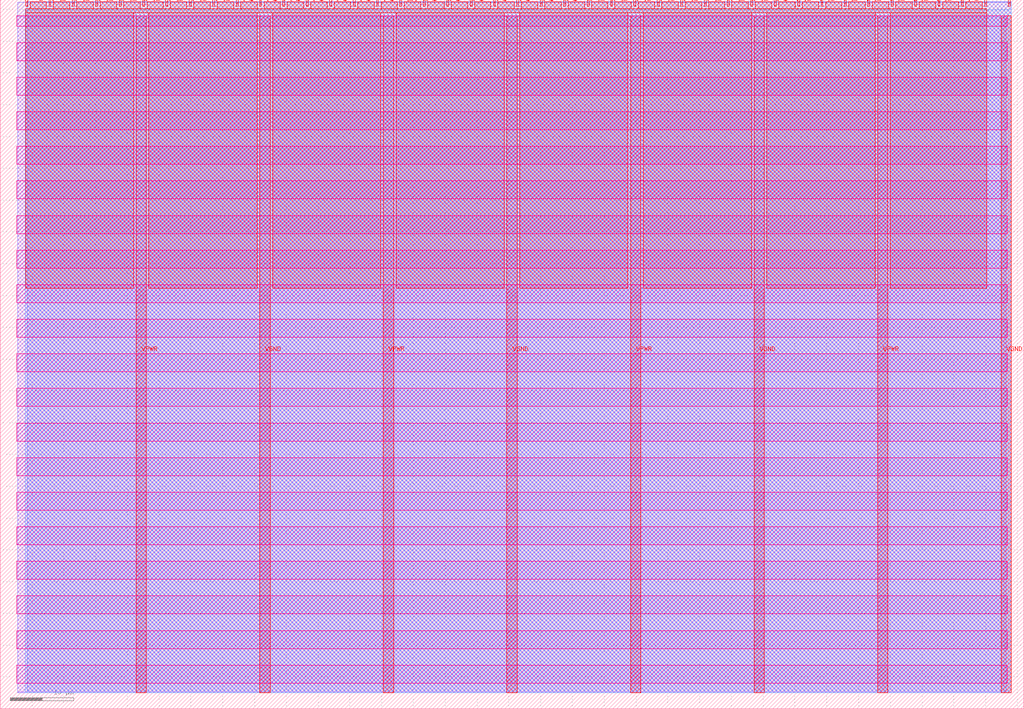
<source format=lef>
VERSION 5.7 ;
  NOWIREEXTENSIONATPIN ON ;
  DIVIDERCHAR "/" ;
  BUSBITCHARS "[]" ;
MACRO tt_um_hpretl_tt06_tempsens
  CLASS BLOCK ;
  FOREIGN tt_um_hpretl_tt06_tempsens ;
  ORIGIN 0.000 0.000 ;
  SIZE 161.000 BY 111.520 ;
  PIN VGND
    DIRECTION INOUT ;
    USE GROUND ;
    PORT
      LAYER met4 ;
        RECT 40.830 2.480 42.430 109.040 ;
    END
    PORT
      LAYER met4 ;
        RECT 79.700 2.480 81.300 109.040 ;
    END
    PORT
      LAYER met4 ;
        RECT 118.570 2.480 120.170 109.040 ;
    END
    PORT
      LAYER met4 ;
        RECT 157.440 2.480 159.040 109.040 ;
    END
  END VGND
  PIN VPWR
    DIRECTION INOUT ;
    USE POWER ;
    PORT
      LAYER met4 ;
        RECT 21.395 2.480 22.995 109.040 ;
    END
    PORT
      LAYER met4 ;
        RECT 60.265 2.480 61.865 109.040 ;
    END
    PORT
      LAYER met4 ;
        RECT 99.135 2.480 100.735 109.040 ;
    END
    PORT
      LAYER met4 ;
        RECT 138.005 2.480 139.605 109.040 ;
    END
  END VPWR
  PIN clk
    DIRECTION INPUT ;
    USE SIGNAL ;
    ANTENNAGATEAREA 0.852000 ;
    PORT
      LAYER met4 ;
        RECT 154.870 110.520 155.170 111.520 ;
    END
  END clk
  PIN ena
    DIRECTION INPUT ;
    USE SIGNAL ;
    PORT
      LAYER met4 ;
        RECT 158.550 110.520 158.850 111.520 ;
    END
  END ena
  PIN rst_n
    DIRECTION INPUT ;
    USE SIGNAL ;
    ANTENNAGATEAREA 0.196500 ;
    PORT
      LAYER met4 ;
        RECT 151.190 110.520 151.490 111.520 ;
    END
  END rst_n
  PIN ui_in[0]
    DIRECTION INPUT ;
    USE SIGNAL ;
    ANTENNAGATEAREA 0.126000 ;
    ANTENNADIFFAREA 0.869400 ;
    PORT
      LAYER met4 ;
        RECT 147.510 110.520 147.810 111.520 ;
    END
  END ui_in[0]
  PIN ui_in[1]
    DIRECTION INPUT ;
    USE SIGNAL ;
    ANTENNAGATEAREA 0.213000 ;
    PORT
      LAYER met4 ;
        RECT 143.830 110.520 144.130 111.520 ;
    END
  END ui_in[1]
  PIN ui_in[2]
    DIRECTION INPUT ;
    USE SIGNAL ;
    ANTENNAGATEAREA 0.126000 ;
    ANTENNADIFFAREA 0.869400 ;
    PORT
      LAYER met4 ;
        RECT 140.150 110.520 140.450 111.520 ;
    END
  END ui_in[2]
  PIN ui_in[3]
    DIRECTION INPUT ;
    USE SIGNAL ;
    ANTENNAGATEAREA 0.213000 ;
    ANTENNADIFFAREA 0.434700 ;
    PORT
      LAYER met4 ;
        RECT 136.470 110.520 136.770 111.520 ;
    END
  END ui_in[3]
  PIN ui_in[4]
    DIRECTION INPUT ;
    USE SIGNAL ;
    ANTENNAGATEAREA 0.126000 ;
    PORT
      LAYER met4 ;
        RECT 132.790 110.520 133.090 111.520 ;
    END
  END ui_in[4]
  PIN ui_in[5]
    DIRECTION INPUT ;
    USE SIGNAL ;
    ANTENNAGATEAREA 0.196500 ;
    PORT
      LAYER met4 ;
        RECT 129.110 110.520 129.410 111.520 ;
    END
  END ui_in[5]
  PIN ui_in[6]
    DIRECTION INPUT ;
    USE SIGNAL ;
    ANTENNAGATEAREA 0.159000 ;
    PORT
      LAYER met4 ;
        RECT 125.430 110.520 125.730 111.520 ;
    END
  END ui_in[6]
  PIN ui_in[7]
    DIRECTION INPUT ;
    USE SIGNAL ;
    ANTENNAGATEAREA 0.213000 ;
    PORT
      LAYER met4 ;
        RECT 121.750 110.520 122.050 111.520 ;
    END
  END ui_in[7]
  PIN uio_in[0]
    DIRECTION INPUT ;
    USE SIGNAL ;
    ANTENNAGATEAREA 0.159000 ;
    ANTENNADIFFAREA 0.434700 ;
    PORT
      LAYER met4 ;
        RECT 118.070 110.520 118.370 111.520 ;
    END
  END uio_in[0]
  PIN uio_in[1]
    DIRECTION INPUT ;
    USE SIGNAL ;
    ANTENNAGATEAREA 0.159000 ;
    PORT
      LAYER met4 ;
        RECT 114.390 110.520 114.690 111.520 ;
    END
  END uio_in[1]
  PIN uio_in[2]
    DIRECTION INPUT ;
    USE SIGNAL ;
    ANTENNAGATEAREA 0.213000 ;
    ANTENNADIFFAREA 0.434700 ;
    PORT
      LAYER met4 ;
        RECT 110.710 110.520 111.010 111.520 ;
    END
  END uio_in[2]
  PIN uio_in[3]
    DIRECTION INPUT ;
    USE SIGNAL ;
    ANTENNAGATEAREA 0.213000 ;
    PORT
      LAYER met4 ;
        RECT 107.030 110.520 107.330 111.520 ;
    END
  END uio_in[3]
  PIN uio_in[4]
    DIRECTION INPUT ;
    USE SIGNAL ;
    PORT
      LAYER met4 ;
        RECT 103.350 110.520 103.650 111.520 ;
    END
  END uio_in[4]
  PIN uio_in[5]
    DIRECTION INPUT ;
    USE SIGNAL ;
    PORT
      LAYER met4 ;
        RECT 99.670 110.520 99.970 111.520 ;
    END
  END uio_in[5]
  PIN uio_in[6]
    DIRECTION INPUT ;
    USE SIGNAL ;
    PORT
      LAYER met4 ;
        RECT 95.990 110.520 96.290 111.520 ;
    END
  END uio_in[6]
  PIN uio_in[7]
    DIRECTION INPUT ;
    USE SIGNAL ;
    PORT
      LAYER met4 ;
        RECT 92.310 110.520 92.610 111.520 ;
    END
  END uio_in[7]
  PIN uio_oe[0]
    DIRECTION OUTPUT TRISTATE ;
    USE SIGNAL ;
    PORT
      LAYER met4 ;
        RECT 29.750 110.520 30.050 111.520 ;
    END
  END uio_oe[0]
  PIN uio_oe[1]
    DIRECTION OUTPUT TRISTATE ;
    USE SIGNAL ;
    PORT
      LAYER met4 ;
        RECT 26.070 110.520 26.370 111.520 ;
    END
  END uio_oe[1]
  PIN uio_oe[2]
    DIRECTION OUTPUT TRISTATE ;
    USE SIGNAL ;
    PORT
      LAYER met4 ;
        RECT 22.390 110.520 22.690 111.520 ;
    END
  END uio_oe[2]
  PIN uio_oe[3]
    DIRECTION OUTPUT TRISTATE ;
    USE SIGNAL ;
    PORT
      LAYER met4 ;
        RECT 18.710 110.520 19.010 111.520 ;
    END
  END uio_oe[3]
  PIN uio_oe[4]
    DIRECTION OUTPUT TRISTATE ;
    USE SIGNAL ;
    PORT
      LAYER met4 ;
        RECT 15.030 110.520 15.330 111.520 ;
    END
  END uio_oe[4]
  PIN uio_oe[5]
    DIRECTION OUTPUT TRISTATE ;
    USE SIGNAL ;
    PORT
      LAYER met4 ;
        RECT 11.350 110.520 11.650 111.520 ;
    END
  END uio_oe[5]
  PIN uio_oe[6]
    DIRECTION OUTPUT TRISTATE ;
    USE SIGNAL ;
    PORT
      LAYER met4 ;
        RECT 7.670 110.520 7.970 111.520 ;
    END
  END uio_oe[6]
  PIN uio_oe[7]
    DIRECTION OUTPUT TRISTATE ;
    USE SIGNAL ;
    PORT
      LAYER met4 ;
        RECT 3.990 110.520 4.290 111.520 ;
    END
  END uio_oe[7]
  PIN uio_out[0]
    DIRECTION OUTPUT TRISTATE ;
    USE SIGNAL ;
    PORT
      LAYER met4 ;
        RECT 59.190 110.520 59.490 111.520 ;
    END
  END uio_out[0]
  PIN uio_out[1]
    DIRECTION OUTPUT TRISTATE ;
    USE SIGNAL ;
    PORT
      LAYER met4 ;
        RECT 55.510 110.520 55.810 111.520 ;
    END
  END uio_out[1]
  PIN uio_out[2]
    DIRECTION OUTPUT TRISTATE ;
    USE SIGNAL ;
    PORT
      LAYER met4 ;
        RECT 51.830 110.520 52.130 111.520 ;
    END
  END uio_out[2]
  PIN uio_out[3]
    DIRECTION OUTPUT TRISTATE ;
    USE SIGNAL ;
    PORT
      LAYER met4 ;
        RECT 48.150 110.520 48.450 111.520 ;
    END
  END uio_out[3]
  PIN uio_out[4]
    DIRECTION OUTPUT TRISTATE ;
    USE SIGNAL ;
    ANTENNADIFFAREA 0.891000 ;
    PORT
      LAYER met4 ;
        RECT 44.470 110.520 44.770 111.520 ;
    END
  END uio_out[4]
  PIN uio_out[5]
    DIRECTION OUTPUT TRISTATE ;
    USE SIGNAL ;
    ANTENNADIFFAREA 0.891000 ;
    PORT
      LAYER met4 ;
        RECT 40.790 110.520 41.090 111.520 ;
    END
  END uio_out[5]
  PIN uio_out[6]
    DIRECTION OUTPUT TRISTATE ;
    USE SIGNAL ;
    ANTENNADIFFAREA 0.891000 ;
    PORT
      LAYER met4 ;
        RECT 37.110 110.520 37.410 111.520 ;
    END
  END uio_out[6]
  PIN uio_out[7]
    DIRECTION OUTPUT TRISTATE ;
    USE SIGNAL ;
    ANTENNADIFFAREA 1.782000 ;
    PORT
      LAYER met4 ;
        RECT 33.430 110.520 33.730 111.520 ;
    END
  END uio_out[7]
  PIN uo_out[0]
    DIRECTION OUTPUT TRISTATE ;
    USE SIGNAL ;
    ANTENNADIFFAREA 0.891000 ;
    PORT
      LAYER met4 ;
        RECT 88.630 110.520 88.930 111.520 ;
    END
  END uo_out[0]
  PIN uo_out[1]
    DIRECTION OUTPUT TRISTATE ;
    USE SIGNAL ;
    ANTENNADIFFAREA 0.891000 ;
    PORT
      LAYER met4 ;
        RECT 84.950 110.520 85.250 111.520 ;
    END
  END uo_out[1]
  PIN uo_out[2]
    DIRECTION OUTPUT TRISTATE ;
    USE SIGNAL ;
    ANTENNADIFFAREA 0.891000 ;
    PORT
      LAYER met4 ;
        RECT 81.270 110.520 81.570 111.520 ;
    END
  END uo_out[2]
  PIN uo_out[3]
    DIRECTION OUTPUT TRISTATE ;
    USE SIGNAL ;
    ANTENNADIFFAREA 0.891000 ;
    PORT
      LAYER met4 ;
        RECT 77.590 110.520 77.890 111.520 ;
    END
  END uo_out[3]
  PIN uo_out[4]
    DIRECTION OUTPUT TRISTATE ;
    USE SIGNAL ;
    ANTENNADIFFAREA 0.891000 ;
    PORT
      LAYER met4 ;
        RECT 73.910 110.520 74.210 111.520 ;
    END
  END uo_out[4]
  PIN uo_out[5]
    DIRECTION OUTPUT TRISTATE ;
    USE SIGNAL ;
    ANTENNADIFFAREA 0.891000 ;
    PORT
      LAYER met4 ;
        RECT 70.230 110.520 70.530 111.520 ;
    END
  END uo_out[5]
  PIN uo_out[6]
    DIRECTION OUTPUT TRISTATE ;
    USE SIGNAL ;
    ANTENNADIFFAREA 0.445500 ;
    PORT
      LAYER met4 ;
        RECT 66.550 110.520 66.850 111.520 ;
    END
  END uo_out[6]
  PIN uo_out[7]
    DIRECTION OUTPUT TRISTATE ;
    USE SIGNAL ;
    ANTENNADIFFAREA 0.891000 ;
    PORT
      LAYER met4 ;
        RECT 62.870 110.520 63.170 111.520 ;
    END
  END uo_out[7]
  OBS
      LAYER nwell ;
        RECT 2.570 107.385 158.430 108.990 ;
        RECT 2.570 101.945 158.430 104.775 ;
        RECT 2.570 96.505 158.430 99.335 ;
        RECT 2.570 91.065 158.430 93.895 ;
        RECT 2.570 85.625 158.430 88.455 ;
        RECT 2.570 80.185 158.430 83.015 ;
        RECT 2.570 74.745 158.430 77.575 ;
        RECT 2.570 69.305 158.430 72.135 ;
        RECT 2.570 63.865 158.430 66.695 ;
        RECT 2.570 58.425 158.430 61.255 ;
        RECT 2.570 52.985 158.430 55.815 ;
        RECT 2.570 47.545 158.430 50.375 ;
        RECT 2.570 42.105 158.430 44.935 ;
        RECT 2.570 36.665 158.430 39.495 ;
        RECT 2.570 31.225 158.430 34.055 ;
        RECT 2.570 25.785 158.430 28.615 ;
        RECT 2.570 20.345 158.430 23.175 ;
        RECT 2.570 14.905 158.430 17.735 ;
        RECT 2.570 9.465 158.430 12.295 ;
        RECT 2.570 4.025 158.430 6.855 ;
      LAYER li1 ;
        RECT 2.760 2.635 158.240 108.885 ;
      LAYER met1 ;
        RECT 2.760 2.480 159.040 111.140 ;
      LAYER met2 ;
        RECT 4.230 2.535 159.010 111.170 ;
      LAYER met3 ;
        RECT 3.950 2.555 159.030 109.985 ;
      LAYER met4 ;
        RECT 4.690 110.120 7.270 111.170 ;
        RECT 8.370 110.120 10.950 111.170 ;
        RECT 12.050 110.120 14.630 111.170 ;
        RECT 15.730 110.120 18.310 111.170 ;
        RECT 19.410 110.120 21.990 111.170 ;
        RECT 23.090 110.120 25.670 111.170 ;
        RECT 26.770 110.120 29.350 111.170 ;
        RECT 30.450 110.120 33.030 111.170 ;
        RECT 34.130 110.120 36.710 111.170 ;
        RECT 37.810 110.120 40.390 111.170 ;
        RECT 41.490 110.120 44.070 111.170 ;
        RECT 45.170 110.120 47.750 111.170 ;
        RECT 48.850 110.120 51.430 111.170 ;
        RECT 52.530 110.120 55.110 111.170 ;
        RECT 56.210 110.120 58.790 111.170 ;
        RECT 59.890 110.120 62.470 111.170 ;
        RECT 63.570 110.120 66.150 111.170 ;
        RECT 67.250 110.120 69.830 111.170 ;
        RECT 70.930 110.120 73.510 111.170 ;
        RECT 74.610 110.120 77.190 111.170 ;
        RECT 78.290 110.120 80.870 111.170 ;
        RECT 81.970 110.120 84.550 111.170 ;
        RECT 85.650 110.120 88.230 111.170 ;
        RECT 89.330 110.120 91.910 111.170 ;
        RECT 93.010 110.120 95.590 111.170 ;
        RECT 96.690 110.120 99.270 111.170 ;
        RECT 100.370 110.120 102.950 111.170 ;
        RECT 104.050 110.120 106.630 111.170 ;
        RECT 107.730 110.120 110.310 111.170 ;
        RECT 111.410 110.120 113.990 111.170 ;
        RECT 115.090 110.120 117.670 111.170 ;
        RECT 118.770 110.120 121.350 111.170 ;
        RECT 122.450 110.120 125.030 111.170 ;
        RECT 126.130 110.120 128.710 111.170 ;
        RECT 129.810 110.120 132.390 111.170 ;
        RECT 133.490 110.120 136.070 111.170 ;
        RECT 137.170 110.120 139.750 111.170 ;
        RECT 140.850 110.120 143.430 111.170 ;
        RECT 144.530 110.120 147.110 111.170 ;
        RECT 148.210 110.120 150.790 111.170 ;
        RECT 151.890 110.120 154.470 111.170 ;
        RECT 3.975 109.440 155.185 110.120 ;
        RECT 3.975 66.135 20.995 109.440 ;
        RECT 23.395 66.135 40.430 109.440 ;
        RECT 42.830 66.135 59.865 109.440 ;
        RECT 62.265 66.135 79.300 109.440 ;
        RECT 81.700 66.135 98.735 109.440 ;
        RECT 101.135 66.135 118.170 109.440 ;
        RECT 120.570 66.135 137.605 109.440 ;
        RECT 140.005 66.135 155.185 109.440 ;
  END
END tt_um_hpretl_tt06_tempsens
END LIBRARY


</source>
